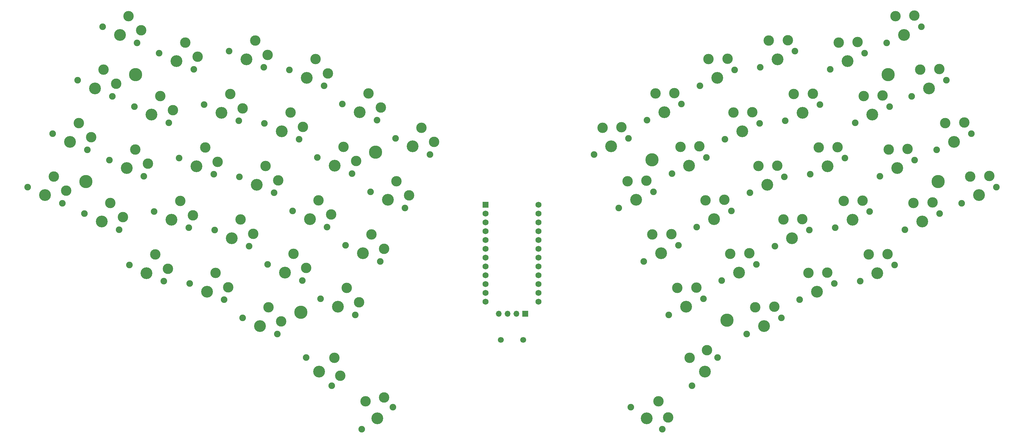
<source format=gts>
%TF.GenerationSoftware,KiCad,Pcbnew,8.0.7*%
%TF.CreationDate,2024-12-17T03:41:54-05:00*%
%TF.ProjectId,choc,63686f63-2e6b-4696-9361-645f70636258,v1.0.0*%
%TF.SameCoordinates,Original*%
%TF.FileFunction,Soldermask,Top*%
%TF.FilePolarity,Negative*%
%FSLAX46Y46*%
G04 Gerber Fmt 4.6, Leading zero omitted, Abs format (unit mm)*
G04 Created by KiCad (PCBNEW 8.0.7) date 2024-12-17 03:41:54*
%MOMM*%
%LPD*%
G01*
G04 APERTURE LIST*
%ADD10C,3.800000*%
%ADD11R,1.700000X1.700000*%
%ADD12O,1.700000X1.700000*%
%ADD13R,1.752600X1.752600*%
%ADD14C,1.752600*%
%ADD15C,1.700000*%
%ADD16C,1.900000*%
%ADD17C,3.000000*%
%ADD18C,3.400000*%
G04 APERTURE END LIST*
D10*
%TO.C,H8*%
X251208949Y-122113582D03*
%TD*%
%TO.C,H7*%
X319210129Y-97576074D03*
%TD*%
%TO.C,H2*%
X102559716Y-97576077D03*
%TD*%
%TO.C,H3*%
X88190698Y-128390536D03*
%TD*%
D11*
%TO.C,OLED1*%
X214684919Y-166427996D03*
D12*
X212144922Y-166427995D03*
X209604921Y-166427997D03*
X207064921Y-166427995D03*
%TD*%
D10*
%TO.C,H1*%
X171617436Y-119847816D03*
%TD*%
D13*
%TO.C,MCU1*%
X203264915Y-135058001D03*
D14*
X203264916Y-137598002D03*
X203264915Y-140138002D03*
X203264913Y-142678002D03*
X203264916Y-145218003D03*
X203264912Y-147758003D03*
X203264915Y-150298002D03*
X203264917Y-152838001D03*
X203264915Y-155378003D03*
X203264915Y-157918002D03*
X203264913Y-160458002D03*
X203264915Y-162998003D03*
X218504915Y-135058001D03*
X218504917Y-137598002D03*
X218504915Y-140138002D03*
X218504915Y-142678001D03*
X218504913Y-145218003D03*
X218504915Y-147758002D03*
X218504918Y-150298001D03*
X218504914Y-152838001D03*
X218504917Y-155378002D03*
X218504915Y-157918002D03*
X218504914Y-160458002D03*
X218504915Y-162998003D03*
%TD*%
D10*
%TO.C,H5*%
X272762472Y-168335281D03*
%TD*%
D15*
%TO.C,RST1*%
X207634924Y-174028002D03*
X214134924Y-174027998D03*
%TD*%
D10*
%TO.C,H4*%
X150063909Y-166069519D03*
%TD*%
%TO.C,H6*%
X333579144Y-128390538D03*
%TD*%
D16*
%TO.C,S38*%
X311097342Y-157079704D03*
D17*
X313567456Y-149362773D03*
D18*
X316082035Y-154755304D03*
D17*
X319028752Y-149243558D03*
D16*
X321066728Y-152430904D03*
%TD*%
%TO.C,S2*%
X78641487Y-114558955D03*
D17*
X86140758Y-111490825D03*
D18*
X83626180Y-116883355D03*
D17*
X89742537Y-115597793D03*
D16*
X88610873Y-119207755D03*
%TD*%
%TO.C,S21*%
X147699212Y-136830697D03*
D17*
X155198483Y-133762567D03*
D18*
X152683905Y-139155097D03*
D17*
X158800262Y-137869535D03*
D16*
X157668598Y-141479497D03*
%TD*%
%TO.C,S30*%
X340343477Y-134614991D03*
D17*
X342813591Y-126898060D03*
D18*
X345328170Y-132290591D03*
D17*
X348274887Y-126778845D03*
D16*
X350312863Y-129966191D03*
%TD*%
%TO.C,S6*%
X94955025Y-122166084D03*
D17*
X102454296Y-119097954D03*
D18*
X99939718Y-124490484D03*
D17*
X106056075Y-123204922D03*
D16*
X104924411Y-126814884D03*
%TD*%
%TO.C,S5*%
X87770519Y-137573317D03*
D17*
X95269790Y-134505187D03*
D18*
X92755212Y-139897717D03*
D17*
X98871569Y-138612155D03*
D16*
X97739905Y-142222117D03*
%TD*%
%TO.C,S57*%
X262749709Y-187236805D03*
D17*
X262008212Y-179168177D03*
D18*
X266429927Y-183149507D03*
D17*
X266988789Y-176924542D03*
D16*
X270110145Y-179062209D03*
%TD*%
%TO.C,S58*%
X245138017Y-193407550D03*
D18*
X249643352Y-196562221D03*
D17*
X253056133Y-191688267D03*
X255890025Y-196358283D03*
D16*
X254148687Y-199716892D03*
%TD*%
%TO.C,S17*%
X139626727Y-111550569D03*
D17*
X147125998Y-108482439D03*
D18*
X144611420Y-113874969D03*
D17*
X150727777Y-112589407D03*
D16*
X149596113Y-116199369D03*
%TD*%
%TO.C,S49*%
X271285755Y-156886733D03*
D17*
X273755869Y-149169802D03*
D18*
X276270448Y-154562333D03*
D17*
X279217165Y-149050587D03*
D16*
X281255141Y-152237933D03*
%TD*%
%TO.C,S45*%
X279358239Y-131606600D03*
D17*
X281828353Y-123889669D03*
D18*
X284342932Y-129282200D03*
D17*
X287289649Y-123770454D03*
D16*
X289327625Y-126957800D03*
%TD*%
%TO.C,S28*%
X151659690Y-179062218D03*
D18*
X155339908Y-183149515D03*
D17*
X159761621Y-179168189D03*
X161472353Y-184355999D03*
D16*
X159020126Y-187236812D03*
%TD*%
%TO.C,S35*%
X316845424Y-126814885D03*
D17*
X319315538Y-119097954D03*
D18*
X321830117Y-124490485D03*
D17*
X324776834Y-118978739D03*
D16*
X326814810Y-122166085D03*
%TD*%
%TO.C,S40*%
X296728323Y-126265244D03*
D17*
X299198437Y-118548313D03*
D18*
X301713016Y-123940844D03*
D17*
X304659733Y-118429098D03*
D16*
X306697709Y-121616444D03*
%TD*%
%TO.C,S50*%
X264101242Y-141479503D03*
D17*
X266571356Y-133762572D03*
D18*
X269085935Y-139155103D03*
D17*
X272032652Y-133643357D03*
D16*
X274070628Y-136830703D03*
%TD*%
%TO.C,S44*%
X286542748Y-147013834D03*
D17*
X289012862Y-139296903D03*
D18*
X291527441Y-144689434D03*
D17*
X294474158Y-139177688D03*
D16*
X296512134Y-142365034D03*
%TD*%
%TO.C,S18*%
X146811235Y-96143337D03*
D17*
X154310506Y-93075207D03*
D18*
X151795928Y-98467737D03*
D17*
X157912285Y-97182175D03*
D16*
X156780621Y-100792137D03*
%TD*%
%TO.C,S8*%
X109324049Y-91351616D03*
D17*
X116823320Y-88283486D03*
D18*
X114308742Y-93676016D03*
D17*
X120425099Y-92390454D03*
D16*
X119293435Y-96000416D03*
%TD*%
%TO.C,S23*%
X162068230Y-106016235D03*
D17*
X169567501Y-102948105D03*
D18*
X167052923Y-108340635D03*
D17*
X173169280Y-107055073D03*
D16*
X172037616Y-110665035D03*
%TD*%
%TO.C,S56*%
X234475227Y-120537934D03*
D17*
X236945341Y-112821003D03*
D18*
X239459920Y-118213534D03*
D17*
X242406637Y-112701788D03*
D16*
X244444613Y-115889134D03*
%TD*%
%TO.C,S41*%
X289543815Y-110858008D03*
D17*
X292013929Y-103141077D03*
D18*
X294528508Y-108533608D03*
D17*
X297475225Y-103021862D03*
D16*
X299513201Y-106209208D03*
%TD*%
%TO.C,S4*%
X93010505Y-83744487D03*
D17*
X100509776Y-80676357D03*
D18*
X97995198Y-86068887D03*
D17*
X104111555Y-84783325D03*
D16*
X102979891Y-88393287D03*
%TD*%
%TO.C,S51*%
X256916728Y-126072273D03*
D17*
X259386842Y-118355342D03*
D18*
X261901421Y-123747873D03*
D17*
X264848138Y-118236127D03*
D16*
X266886114Y-121423473D03*
%TD*%
%TO.C,S22*%
X154883721Y-121423467D03*
D17*
X162382992Y-118355337D03*
D18*
X159868414Y-123747867D03*
D17*
X165984771Y-122462305D03*
D16*
X164853107Y-126072267D03*
%TD*%
%TO.C,S19*%
X133330185Y-167645166D03*
D17*
X140829456Y-164577036D03*
D18*
X138314878Y-169969566D03*
D17*
X144431235Y-168684004D03*
D16*
X143299571Y-172293966D03*
%TD*%
%TO.C,S16*%
X132442217Y-126957805D03*
D17*
X139941488Y-123889675D03*
D18*
X137426910Y-129282205D03*
D17*
X143543267Y-127996643D03*
D16*
X142411603Y-131606605D03*
%TD*%
%TO.C,S9*%
X100703114Y-152430912D03*
D17*
X108202385Y-149362782D03*
D18*
X105687807Y-154755312D03*
D17*
X111804164Y-153469750D03*
D16*
X110672500Y-157079712D03*
%TD*%
%TO.C,S26*%
X170140712Y-131296365D03*
D17*
X177639983Y-128228235D03*
D18*
X175125405Y-133620765D03*
D17*
X181241762Y-132335203D03*
D16*
X180110098Y-135945165D03*
%TD*%
%TO.C,S29*%
X167621150Y-199716896D03*
D17*
X168713703Y-191688271D03*
D18*
X172126485Y-196562225D03*
D17*
X174071334Y-190622524D03*
D16*
X176631820Y-193407554D03*
%TD*%
%TO.C,S39*%
X303912835Y-141672473D03*
D17*
X306382949Y-133955542D03*
D18*
X308897528Y-139348073D03*
D17*
X311844245Y-133836327D03*
D16*
X313882221Y-137023673D03*
%TD*%
%TO.C,S34*%
X324029938Y-142222112D03*
D17*
X326500052Y-134505181D03*
D18*
X329014631Y-139897712D03*
D17*
X331961348Y-134385966D03*
D16*
X333999324Y-137573312D03*
%TD*%
%TO.C,S25*%
X162956207Y-146703601D03*
D17*
X170455478Y-143635471D03*
D18*
X167940900Y-149028001D03*
D17*
X174057257Y-147742439D03*
D16*
X172925593Y-151352401D03*
%TD*%
%TO.C,S42*%
X282359299Y-95450780D03*
D17*
X284829413Y-87733849D03*
D18*
X287343992Y-93126380D03*
D17*
X290290709Y-87614634D03*
D16*
X292328685Y-90801980D03*
%TD*%
%TO.C,S52*%
X249732220Y-110665040D03*
D17*
X252202334Y-102948109D03*
D18*
X254716913Y-108340640D03*
D17*
X257663630Y-102828894D03*
D16*
X259701606Y-106016240D03*
%TD*%
%TO.C,S32*%
X325974455Y-103800527D03*
D17*
X328444569Y-96083596D03*
D18*
X330959148Y-101476127D03*
D17*
X333905865Y-95964381D03*
D16*
X335943841Y-99151727D03*
%TD*%
%TO.C,S24*%
X155771692Y-162110834D03*
D17*
X163270963Y-159042704D03*
D18*
X160756385Y-164435234D03*
D17*
X166872742Y-163149672D03*
D16*
X165741078Y-166759634D03*
%TD*%
%TO.C,S47*%
X264989214Y-100792133D03*
D17*
X267459328Y-93075202D03*
D18*
X269973907Y-98467733D03*
D17*
X272920624Y-92955987D03*
D16*
X274958600Y-96143333D03*
%TD*%
%TO.C,S53*%
X256028764Y-166759626D03*
D17*
X258498878Y-159042695D03*
D18*
X261013457Y-164435226D03*
D17*
X263960174Y-158923480D03*
D16*
X265998150Y-162110826D03*
%TD*%
%TO.C,S12*%
X122256645Y-106209210D03*
D17*
X129755916Y-103141080D03*
D18*
X127241338Y-108533610D03*
D17*
X133357695Y-107248048D03*
D16*
X132226031Y-110858010D03*
%TD*%
%TO.C,S11*%
X115072130Y-121616442D03*
D17*
X122571401Y-118548312D03*
D18*
X120056823Y-123940842D03*
D17*
X126173180Y-122655280D03*
D16*
X125041516Y-126265242D03*
%TD*%
%TO.C,S37*%
X302476402Y-96000423D03*
D17*
X304946516Y-88283492D03*
D18*
X307461095Y-93676023D03*
D17*
X310407812Y-88164277D03*
D16*
X312445788Y-91351623D03*
%TD*%
%TO.C,S3*%
X85825995Y-99151727D03*
D17*
X93325266Y-96083597D03*
D18*
X90810688Y-101476127D03*
D17*
X96927045Y-100190565D03*
D16*
X95795381Y-103800527D03*
%TD*%
%TO.C,S15*%
X125257703Y-142365030D03*
D17*
X132756974Y-139296900D03*
D18*
X130242396Y-144689430D03*
D17*
X136358753Y-143403868D03*
D16*
X135227089Y-147013830D03*
%TD*%
%TO.C,S43*%
X293727252Y-162421068D03*
D17*
X296197366Y-154704137D03*
D18*
X298711945Y-160096668D03*
D17*
X301658662Y-154584922D03*
D16*
X303696638Y-157772268D03*
%TD*%
%TO.C,S1*%
X71456980Y-129966190D03*
D17*
X78956251Y-126898060D03*
D18*
X76441673Y-132290590D03*
D17*
X82558030Y-131005028D03*
D16*
X81426366Y-134614990D03*
%TD*%
%TO.C,S14*%
X118073193Y-157772274D03*
D17*
X125572464Y-154704144D03*
D18*
X123057886Y-160096674D03*
D17*
X129174243Y-158811112D03*
D16*
X128042579Y-162421074D03*
%TD*%
%TO.C,S55*%
X241659736Y-135945163D03*
D17*
X244129850Y-128228232D03*
D18*
X246644429Y-133620763D03*
D17*
X249591146Y-128109017D03*
D16*
X251629122Y-131296363D03*
%TD*%
%TO.C,S27*%
X177325226Y-115889141D03*
D17*
X184824497Y-112821011D03*
D18*
X182309919Y-118213541D03*
D17*
X188426276Y-116927979D03*
D16*
X187294612Y-120537941D03*
%TD*%
%TO.C,S36*%
X309660917Y-111407645D03*
D17*
X312131031Y-103690714D03*
D18*
X314645610Y-109083245D03*
D17*
X317592327Y-103571499D03*
D16*
X319630303Y-106758845D03*
%TD*%
%TO.C,S54*%
X248844249Y-151352399D03*
D17*
X251314363Y-143635468D03*
D18*
X253828942Y-149027999D03*
D17*
X256775659Y-143516253D03*
D16*
X258813635Y-146703599D03*
%TD*%
%TO.C,S46*%
X272173726Y-116199367D03*
D17*
X274643840Y-108482436D03*
D18*
X277158419Y-113874967D03*
D17*
X280105136Y-108363221D03*
D16*
X282143112Y-111550567D03*
%TD*%
%TO.C,S33*%
X318789951Y-88393294D03*
D17*
X321260065Y-80676363D03*
D18*
X323774644Y-86068894D03*
D17*
X326721361Y-80557148D03*
D16*
X328759337Y-83744494D03*
%TD*%
%TO.C,S20*%
X140514706Y-152237935D03*
D17*
X148013977Y-149169805D03*
D18*
X145499399Y-154562335D03*
D17*
X151615756Y-153276773D03*
D16*
X150484092Y-156886735D03*
%TD*%
%TO.C,S7*%
X102139541Y-106758854D03*
D17*
X109638812Y-103690724D03*
D18*
X107124234Y-109083254D03*
D17*
X113240591Y-107797692D03*
D16*
X112108927Y-111407654D03*
%TD*%
%TO.C,S10*%
X107887620Y-137023680D03*
D17*
X115386891Y-133955550D03*
D18*
X112872313Y-139348080D03*
D17*
X118988670Y-138062518D03*
D16*
X117857006Y-141672480D03*
%TD*%
%TO.C,S31*%
X333158965Y-119207758D03*
D17*
X335629079Y-111490827D03*
D18*
X338143658Y-116883358D03*
D17*
X341090375Y-111371612D03*
D16*
X343128351Y-114558958D03*
%TD*%
%TO.C,S48*%
X278470263Y-172293965D03*
D17*
X280940377Y-164577034D03*
D18*
X283454956Y-169969565D03*
D17*
X286401673Y-164457819D03*
D16*
X288439649Y-167645165D03*
%TD*%
%TO.C,S13*%
X129441150Y-90801974D03*
D17*
X136940421Y-87733844D03*
D18*
X134425843Y-93126374D03*
D17*
X140542200Y-91840812D03*
D16*
X139410536Y-95450774D03*
%TD*%
M02*

</source>
